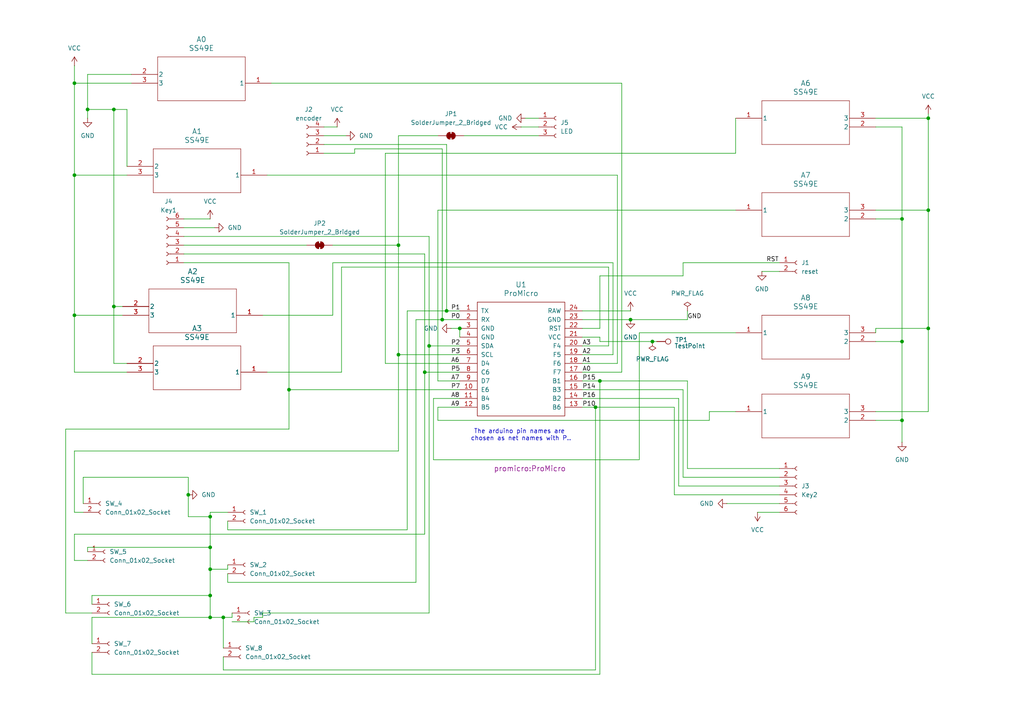
<source format=kicad_sch>
(kicad_sch (version 20250114) (generator "eeschema") (generator_version "9.0")
  (paper "A4")
  (title_block (title "Space Mouse - Hall Effect - Arduino Pro Micro") (date "2025-04-21") (rev "1") (company "Andun_HH"))
  (lib_symbols
    (symbol "2024-10-18_22-27-39:SS49E" (pin_names (offset 0.254))
      (property "Reference" "U" (at 20.32 10.16 0))
      (property "Value" "SS49E" (at 20.32 7.62 0))
      (symbol "SS49E_0_1"
        (polyline (pts (xy 7.62 5.08) (xy 7.62 -7.62)) (stroke (width 0.127)))
        (polyline (pts (xy 7.62 -7.62) (xy 33.02 -7.62)) (stroke (width 0.127)))
        (polyline (pts (xy 33.02 5.08) (xy 7.62 5.08)) (stroke (width 0.127)))
        (polyline (pts (xy 33.02 -7.62) (xy 33.02 5.08)) (stroke (width 0.127)))
        (pin unspecified line (at 0 0 0) (length 7.62) (name "1") (number "1"))
        (pin unspecified line (at 40.64 0 180) (length 7.62) (name "3") (number "3"))
        (pin unspecified line (at 40.64 -2.54 180) (length 7.62) (name "2") (number "2"))
      )
    )
    (symbol "Connector:Conn_01x02_Socket" (pin_names (offset 1.016) (hide yes))
      (property "Reference" "J" (at 0 2.54 0))
      (property "Value" "Conn_01x02_Socket" (at 0 -5.08 0))
      (symbol "Conn_01x02_Socket_1_1"
        (polyline (pts (xy -1.27 0) (xy -0.508 0)) (stroke (width 0.1524)))
        (polyline (pts (xy -1.27 -2.54) (xy -0.508 -2.54)) (stroke (width 0.1524)))
        (arc (start 0 -0.508) (mid -0.5058 0) (end 0 0.508) (stroke (width 0.1524)))
        (arc (start 0 -3.048) (mid -0.5058 -2.54) (end 0 -2.032) (stroke (width 0.1524)))
        (pin passive line (at -5.08 0 0) (length 3.81) (name "Pin_1") (number "1"))
        (pin passive line (at -5.08 -2.54 0) (length 3.81) (name "Pin_2") (number "2"))
      )
    )
    (symbol "Connector:Conn_01x03_Socket" (pin_names (offset 1.016) (hide yes))
      (property "Reference" "J" (at 0 5.08 0))
      (property "Value" "Conn_01x03_Socket" (at 0 -5.08 0))
      (symbol "Conn_01x03_Socket_1_1"
        (polyline (pts (xy -1.27 2.54) (xy -0.508 2.54)) (stroke (width 0.1524)))
        (polyline (pts (xy -1.27 0) (xy -0.508 0)) (stroke (width 0.1524)))
        (polyline (pts (xy -1.27 -2.54) (xy -0.508 -2.54)) (stroke (width 0.1524)))
        (arc (start 0 2.032) (mid -0.5058 2.54) (end 0 3.048) (stroke (width 0.1524)))
        (arc (start 0 -0.508) (mid -0.5058 0) (end 0 0.508) (stroke (width 0.1524)))
        (arc (start 0 -3.048) (mid -0.5058 -2.54) (end 0 -2.032) (stroke (width 0.1524)))
        (pin passive line (at -5.08 2.54 0) (length 3.81) (name "Pin_1") (number "1"))
        (pin passive line (at -5.08 0 0) (length 3.81) (name "Pin_2") (number "2"))
        (pin passive line (at -5.08 -2.54 0) (length 3.81) (name "Pin_3") (number "3"))
      )
    )
    (symbol "Connector:Conn_01x04_Socket" (pin_names (offset 1.016) (hide yes))
      (property "Reference" "J" (at 0 5.08 0))
      (property "Value" "Conn_01x04_Socket" (at 0 -7.62 0))
      (symbol "Conn_01x04_Socket_1_1"
        (polyline (pts (xy -1.27 2.54) (xy -0.508 2.54)) (stroke (width 0.1524)))
        (polyline (pts (xy -1.27 0) (xy -0.508 0)) (stroke (width 0.1524)))
        (polyline (pts (xy -1.27 -2.54) (xy -0.508 -2.54)) (stroke (width 0.1524)))
        (polyline (pts (xy -1.27 -5.08) (xy -0.508 -5.08)) (stroke (width 0.1524)))
        (arc (start 0 2.032) (mid -0.5058 2.54) (end 0 3.048) (stroke (width 0.1524)))
        (arc (start 0 -0.508) (mid -0.5058 0) (end 0 0.508) (stroke (width 0.1524)))
        (arc (start 0 -3.048) (mid -0.5058 -2.54) (end 0 -2.032) (stroke (width 0.1524)))
        (arc (start 0 -5.588) (mid -0.5058 -5.08) (end 0 -4.572) (stroke (width 0.1524)))
        (pin passive line (at -5.08 2.54 0) (length 3.81) (name "Pin_1") (number "1"))
        (pin passive line (at -5.08 0 0) (length 3.81) (name "Pin_2") (number "2"))
        (pin passive line (at -5.08 -2.54 0) (length 3.81) (name "Pin_3") (number "3"))
        (pin passive line (at -5.08 -5.08 0) (length 3.81) (name "Pin_4") (number "4"))
      )
    )
    (symbol "Connector:Conn_01x06_Socket" (pin_names (offset 1.016) (hide yes))
      (property "Reference" "J" (at 0 7.62 0))
      (property "Value" "Conn_01x06_Socket" (at 0 -10.16 0))
      (symbol "Conn_01x06_Socket_1_1"
        (polyline (pts (xy -1.27 5.08) (xy -0.508 5.08)) (stroke (width 0.1524)))
        (polyline (pts (xy -1.27 2.54) (xy -0.508 2.54)) (stroke (width 0.1524)))
        (polyline (pts (xy -1.27 0) (xy -0.508 0)) (stroke (width 0.1524)))
        (polyline (pts (xy -1.27 -2.54) (xy -0.508 -2.54)) (stroke (width 0.1524)))
        (polyline (pts (xy -1.27 -5.08) (xy -0.508 -5.08)) (stroke (width 0.1524)))
        (polyline (pts (xy -1.27 -7.62) (xy -0.508 -7.62)) (stroke (width 0.1524)))
        (arc (start 0 4.572) (mid -0.5058 5.08) (end 0 5.588) (stroke (width 0.1524)))
        (arc (start 0 2.032) (mid -0.5058 2.54) (end 0 3.048) (stroke (width 0.1524)))
        (arc (start 0 -0.508) (mid -0.5058 0) (end 0 0.508) (stroke (width 0.1524)))
        (arc (start 0 -3.048) (mid -0.5058 -2.54) (end 0 -2.032) (stroke (width 0.1524)))
        (arc (start 0 -5.588) (mid -0.5058 -5.08) (end 0 -4.572) (stroke (width 0.1524)))
        (arc (start 0 -8.128) (mid -0.5058 -7.62) (end 0 -7.112) (stroke (width 0.1524)))
        (pin passive line (at -5.08 5.08 0) (length 3.81) (name "Pin_1") (number "1"))
        (pin passive line (at -5.08 2.54 0) (length 3.81) (name "Pin_2") (number "2"))
        (pin passive line (at -5.08 0 0) (length 3.81) (name "Pin_3") (number "3"))
        (pin passive line (at -5.08 -2.54 0) (length 3.81) (name "Pin_4") (number "4"))
        (pin passive line (at -5.08 -5.08 0) (length 3.81) (name "Pin_5") (number "5"))
        (pin passive line (at -5.08 -7.62 0) (length 3.81) (name "Pin_6") (number "6"))
      )
    )
    (symbol "Connector:TestPoint" (pin_numbers (hide yes)) (pin_names (offset 0.762) (hide yes))
      (property "Reference" "TP" (at 0 6.858 0))
      (property "Value" "TestPoint" (at 0 5.08 0))
      (symbol "TestPoint_0_1"
        (circle (center 0 3.302) (radius 0.762))
      )
      (symbol "TestPoint_1_1"
        (pin passive line (at 0 0 90) (length 2.54) (name "1") (number "1"))
      )
    )
    (symbol "Jumper:SolderJumper_2_Bridged" (pin_numbers (hide yes)) (pin_names (offset 0) (hide yes)) (in_bom no)
      (property "Reference" "JP" (at 0 2.032 0))
      (property "Value" "SolderJumper_2_Bridged" (at 0 -2.54 0))
      (symbol "SolderJumper_2_Bridged_0_1"
        (rectangle (start -0.508 0.508) (end 0.508 -0.508) (fill (type outline)))
        (polyline (pts (xy -0.254 1.016) (xy -0.254 -1.016)))
        (arc (start -0.254 -1.016) (mid -1.2656 0) (end -0.254 1.016))
        (arc (start -0.254 -1.016) (mid -1.2656 0) (end -0.254 1.016) (fill (type outline)))
        (arc (start 0.254 1.016) (mid 1.2656 0) (end 0.254 -1.016))
        (arc (start 0.254 1.016) (mid 1.2656 0) (end 0.254 -1.016) (fill (type outline)))
        (polyline (pts (xy 0.254 1.016) (xy 0.254 -1.016)))
      )
      (symbol "SolderJumper_2_Bridged_1_1"
        (pin passive line (at -3.81 0 0) (length 2.54) (name "A") (number "1"))
        (pin passive line (at 3.81 0 180) (length 2.54) (name "B") (number "2"))
      )
    )
    (symbol "ProMicroKiCad:ProMicro" (pin_names (offset 1.016))
      (property "Reference" "U" (at 0 24.13 0))
      (property "Value" "ProMicro" (at 0 -13.97 0))
      (symbol "ProMicro_0_1"
        (rectangle (start -12.7 21.59) (end 12.7 -11.43))
      )
      (symbol "ProMicro_1_1"
        (pin bidirectional line (at -17.78 19.05 0) (length 5.08) (name "TX") (number "1"))
        (pin bidirectional line (at -17.78 16.51 0) (length 5.08) (name "RX") (number "2"))
        (pin power_in line (at -17.78 13.97 0) (length 5.08) (name "GND") (number "3"))
        (pin power_in line (at -17.78 11.43 0) (length 5.08) (name "GND") (number "4"))
        (pin bidirectional line (at -17.78 8.89 0) (length 5.08) (name "SDA") (number "5"))
        (pin bidirectional line (at -17.78 6.35 0) (length 5.08) (name "SCL") (number "6"))
        (pin bidirectional line (at -17.78 3.81 0) (length 5.08) (name "D4") (number "7"))
        (pin bidirectional line (at -17.78 1.27 0) (length 5.08) (name "C6") (number "8"))
        (pin bidirectional line (at -17.78 -1.27 0) (length 5.08) (name "D7") (number "9"))
        (pin bidirectional line (at -17.78 -3.81 0) (length 5.08) (name "E6") (number "10"))
        (pin bidirectional line (at -17.78 -6.35 0) (length 5.08) (name "B4") (number "11"))
        (pin bidirectional line (at -17.78 -8.89 0) (length 5.08) (name "B5") (number "12"))
        (pin power_out line (at 17.78 19.05 180) (length 5.08) (name "RAW") (number "24"))
        (pin power_in line (at 17.78 16.51 180) (length 5.08) (name "GND") (number "23"))
        (pin input line (at 17.78 13.97 180) (length 5.08) (name "RST") (number "22"))
        (pin power_in line (at 17.78 11.43 180) (length 5.08) (name "VCC") (number "21"))
        (pin bidirectional line (at 17.78 8.89 180) (length 5.08) (name "F4") (number "20"))
        (pin bidirectional line (at 17.78 6.35 180) (length 5.08) (name "F5") (number "19"))
        (pin bidirectional line (at 17.78 3.81 180) (length 5.08) (name "F6") (number "18"))
        (pin bidirectional line (at 17.78 1.27 180) (length 5.08) (name "F7") (number "17"))
        (pin bidirectional line (at 17.78 -1.27 180) (length 5.08) (name "B1") (number "16"))
        (pin bidirectional line (at 17.78 -3.81 180) (length 5.08) (name "B3") (number "15"))
        (pin bidirectional line (at 17.78 -6.35 180) (length 5.08) (name "B2") (number "14"))
        (pin bidirectional line (at 17.78 -8.89 180) (length 5.08) (name "B6") (number "13"))
      )
    )
    (symbol "power:GND" (power) (pin_numbers (hide yes)) (pin_names (offset 0) (hide yes))
      (property "Value" "GND" (at 0 -3.81 0))
      (symbol "GND_0_1"
        (polyline (pts (xy 0 0) (xy 0 -1.27) (xy 1.27 -1.27) (xy 0 -2.54) (xy -1.27 -1.27) (xy 0 -1.27)))
      )
      (symbol "GND_1_1"
        (pin power_in line (at 0 0 270) (length 0) (name "~") (number "1"))
      )
    )
    (symbol "power:PWR_FLAG" (power) (pin_numbers (hide yes)) (pin_names (offset 0) (hide yes))
      (property "Value" "PWR_FLAG" (at 0 3.81 0))
      (symbol "PWR_FLAG_0_0"
        (pin power_out line (at 0 0 90) (length 0) (name "~") (number "1"))
      )
      (symbol "PWR_FLAG_0_1"
        (polyline (pts (xy 0 0) (xy 0 1.27) (xy -1.016 1.905) (xy 0 2.54) (xy 1.016 1.905) (xy 0 1.27)))
      )
    )
    (symbol "power:VCC" (power) (pin_numbers (hide yes)) (pin_names (offset 0) (hide yes))
      (property "Value" "VCC" (at 0 3.556 0))
      (symbol "VCC_0_1"
        (polyline (pts (xy -0.762 1.27) (xy 0 2.54)))
        (polyline (pts (xy 0 2.54) (xy 0.762 1.27)))
        (polyline (pts (xy 0 0) (xy 0 2.54)))
      )
      (symbol "VCC_1_1"
        (pin power_in line (at 0 0 90) (length 0) (name "~") (number "1"))
      )
    )
  )
  (text "The arduino pin names are \nchosen as net names with P.." (at 151.13 126.238 0) (effects (font (size 1.27 1.27))))
  (junction (at 129.54 90.17))
  (junction (at 269.24 34.29))
  (junction (at 115.57 102.87))
  (junction (at 172.72 118.11))
  (junction (at 60.96 158.75))
  (junction (at 173.99 110.49))
  (junction (at 64.77 179.07))
  (junction (at 60.96 149.86))
  (junction (at 21.59 91.44))
  (junction (at 25.4 31.75))
  (junction (at 269.24 95.25))
  (junction (at 21.59 50.8))
  (junction (at 33.02 88.9))
  (junction (at 83.82 113.03))
  (junction (at 261.62 121.92))
  (junction (at 124.46 100.33))
  (junction (at 54.61 143.51))
  (junction (at 182.88 92.71))
  (junction (at 60.96 179.07))
  (junction (at 60.96 172.72))
  (junction (at 189.23 99.06))
  (junction (at 128.27 92.71))
  (junction (at 21.59 24.13))
  (junction (at 60.96 165.1))
  (junction (at 133.35 95.25))
  (junction (at 261.62 99.06))
  (junction (at 123.19 107.95))
  (junction (at 115.57 71.12))
  (junction (at 33.02 31.75))
  (junction (at 269.24 60.96))
  (junction (at 261.62 63.5))
  (wire (pts (xy 198.12 76.2) (xy 226.06 76.2)))
  (wire (pts (xy 111.76 105.41) (xy 133.35 105.41)))
  (wire (pts (xy 64.77 179.07) (xy 67.31 179.07)))
  (wire (pts (xy 26.67 195.58) (xy 26.67 189.23)))
  (wire (pts (xy 133.35 102.87) (xy 115.57 102.87)))
  (wire (pts (xy 127 121.92) (xy 205.74 121.92)))
  (wire (pts (xy 53.34 66.04) (xy 62.23 66.04)))
  (wire (pts (xy 196.85 115.57) (xy 168.91 115.57)))
  (wire (pts (xy 77.47 107.95) (xy 99.06 107.95)))
  (wire (pts (xy 99.06 107.95) (xy 99.06 77.47)))
  (wire (pts (xy 25.4 158.75) (xy 60.96 158.75)))
  (wire (pts (xy 21.59 19.05) (xy 21.59 24.13)))
  (wire (pts (xy 96.52 76.2) (xy 177.8 76.2)))
  (wire (pts (xy 21.59 107.95) (xy 36.83 107.95)))
  (wire (pts (xy 53.34 76.2) (xy 83.82 76.2)))
  (wire (pts (xy 60.96 148.59) (xy 60.96 149.86)))
  (wire (pts (xy 21.59 50.8) (xy 36.83 50.8)))
  (wire (pts (xy 127 39.37) (xy 115.57 39.37)))
  (wire (pts (xy 125.73 133.35) (xy 125.73 115.57)))
  (wire (pts (xy 269.24 33.02) (xy 269.24 34.29)))
  (wire (pts (xy 261.62 63.5) (xy 261.62 99.06)))
  (wire (pts (xy 254 95.25) (xy 269.24 95.25)))
  (wire (pts (xy 269.24 95.25) (xy 269.24 119.38)))
  (wire (pts (xy 73.66 179.07) (xy 73.66 180.34)))
  (wire (pts (xy 115.57 39.37) (xy 115.57 71.12)))
  (wire (pts (xy 254 34.29) (xy 269.24 34.29)))
  (wire (pts (xy 152.4 34.29) (xy 156.21 34.29)))
  (wire (pts (xy 21.59 50.8) (xy 21.59 91.44)))
  (wire (pts (xy 66.04 153.67) (xy 66.04 151.13)))
  (wire (pts (xy 66.04 153.67) (xy 118.11 153.67)))
  (wire (pts (xy 120.65 92.71) (xy 120.65 168.91)))
  (wire (pts (xy 226.06 140.97) (xy 196.85 140.97)))
  (wire (pts (xy 185.42 96.52) (xy 185.42 133.35)))
  (wire (pts (xy 254 119.38) (xy 269.24 119.38)))
  (wire (pts (xy 129.54 90.17) (xy 133.35 90.17)))
  (wire (pts (xy 60.96 158.75) (xy 60.96 165.1)))
  (wire (pts (xy 173.99 195.58) (xy 26.67 195.58)))
  (wire (pts (xy 124.46 68.58) (xy 124.46 100.33)))
  (wire (pts (xy 24.13 138.43) (xy 54.61 138.43)))
  (wire (pts (xy 185.42 133.35) (xy 125.73 133.35)))
  (wire (pts (xy 189.23 99.06) (xy 173.99 99.06)))
  (wire (pts (xy 172.72 118.11) (xy 168.91 118.11)))
  (wire (pts (xy 53.34 71.12) (xy 88.9 71.12)))
  (wire (pts (xy 21.59 91.44) (xy 21.59 107.95)))
  (wire (pts (xy 133.35 95.25) (xy 133.35 97.79)))
  (wire (pts (xy 76.2 91.44) (xy 96.52 91.44)))
  (wire (pts (xy 102.87 44.45) (xy 93.98 44.45)))
  (wire (pts (xy 134.62 39.37) (xy 156.21 39.37)))
  (wire (pts (xy 118.11 90.17) (xy 129.54 90.17)))
  (wire (pts (xy 111.76 44.45) (xy 213.36 44.45)))
  (wire (pts (xy 24.13 146.05) (xy 24.13 138.43)))
  (wire (pts (xy 24.13 148.59) (xy 21.59 148.59)))
  (wire (pts (xy 128.27 92.71) (xy 133.35 92.71)))
  (wire (pts (xy 66.04 168.91) (xy 66.04 166.37)))
  (wire (pts (xy 124.46 100.33) (xy 124.46 177.8)))
  (wire (pts (xy 21.59 24.13) (xy 38.1 24.13)))
  (wire (pts (xy 128.27 92.71) (xy 128.27 43.18)))
  (wire (pts (xy 199.39 135.89) (xy 199.39 110.49)))
  (wire (pts (xy 173.99 99.06) (xy 173.99 97.79)))
  (wire (pts (xy 179.07 105.41) (xy 179.07 50.8)))
  (wire (pts (xy 213.36 96.52) (xy 185.42 96.52)))
  (wire (pts (xy 21.59 24.13) (xy 21.59 50.8)))
  (wire (pts (xy 111.76 105.41) (xy 111.76 44.45)))
  (wire (pts (xy 115.57 102.87) (xy 115.57 130.81)))
  (wire (pts (xy 198.12 113.03) (xy 198.12 138.43)))
  (wire (pts (xy 127 110.49) (xy 133.35 110.49)))
  (wire (pts (xy 60.96 172.72) (xy 60.96 165.1)))
  (wire (pts (xy 168.91 107.95) (xy 180.34 107.95)))
  (wire (pts (xy 120.65 92.71) (xy 128.27 92.71)))
  (wire (pts (xy 269.24 34.29) (xy 269.24 60.96)))
  (wire (pts (xy 25.4 158.75) (xy 25.4 160.02)))
  (wire (pts (xy 124.46 100.33) (xy 133.35 100.33)))
  (wire (pts (xy 226.06 143.51) (xy 195.58 143.51)))
  (wire (pts (xy 33.02 31.75) (xy 33.02 88.9)))
  (wire (pts (xy 173.99 95.25) (xy 173.99 80.01)))
  (wire (pts (xy 220.98 78.74) (xy 226.06 78.74)))
  (wire (pts (xy 168.91 100.33) (xy 176.53 100.33)))
  (wire (pts (xy 83.82 124.46) (xy 19.05 124.46)))
  (wire (pts (xy 64.77 187.96) (xy 64.77 179.07)))
  (wire (pts (xy 168.91 90.17) (xy 182.88 90.17)))
  (wire (pts (xy 115.57 71.12) (xy 115.57 102.87)))
  (wire (pts (xy 36.83 48.26) (xy 36.83 31.75)))
  (wire (pts (xy 168.91 113.03) (xy 198.12 113.03)))
  (wire (pts (xy 64.77 194.31) (xy 172.72 194.31)))
  (wire (pts (xy 176.53 77.47) (xy 176.53 100.33)))
  (wire (pts (xy 19.05 124.46) (xy 19.05 177.8)))
  (wire (pts (xy 60.96 179.07) (xy 64.77 179.07)))
  (wire (pts (xy 226.06 146.05) (xy 210.82 146.05)))
  (wire (pts (xy 66.04 148.59) (xy 60.96 148.59)))
  (wire (pts (xy 26.67 186.69) (xy 26.67 179.07)))
  (wire (pts (xy 36.83 31.75) (xy 33.02 31.75)))
  (wire (pts (xy 195.58 143.51) (xy 195.58 118.11)))
  (wire (pts (xy 226.06 135.89) (xy 199.39 135.89)))
  (wire (pts (xy 125.73 115.57) (xy 133.35 115.57)))
  (wire (pts (xy 269.24 60.96) (xy 254 60.96)))
  (wire (pts (xy 99.06 77.47) (xy 176.53 77.47)))
  (wire (pts (xy 19.05 177.8) (xy 26.67 177.8)))
  (wire (pts (xy 66.04 168.91) (xy 120.65 168.91)))
  (wire (pts (xy 93.98 41.91) (xy 129.54 41.91)))
  (wire (pts (xy 196.85 140.97) (xy 196.85 115.57)))
  (wire (pts (xy 21.59 154.94) (xy 21.59 162.56)))
  (wire (pts (xy 168.91 95.25) (xy 173.99 95.25)))
  (wire (pts (xy 173.99 110.49) (xy 173.99 195.58)))
  (wire (pts (xy 127 118.11) (xy 133.35 118.11)))
  (wire (pts (xy 102.87 43.18) (xy 102.87 44.45)))
  (wire (pts (xy 93.98 36.83) (xy 97.79 36.83)))
  (wire (pts (xy 254 99.06) (xy 261.62 99.06)))
  (wire (pts (xy 21.59 162.56) (xy 25.4 162.56)))
  (wire (pts (xy 33.02 31.75) (xy 25.4 31.75)))
  (wire (pts (xy 129.54 41.91) (xy 129.54 90.17)))
  (wire (pts (xy 127 118.11) (xy 127 121.92)))
  (wire (pts (xy 64.77 190.5) (xy 64.77 194.31)))
  (wire (pts (xy 25.4 34.29) (xy 25.4 31.75)))
  (wire (pts (xy 54.61 143.51) (xy 54.61 149.86)))
  (wire (pts (xy 54.61 149.86) (xy 60.96 149.86)))
  (wire (pts (xy 26.67 172.72) (xy 60.96 172.72)))
  (wire (pts (xy 73.66 180.34) (xy 67.31 180.34)))
  (wire (pts (xy 213.36 60.96) (xy 127 60.96)))
  (wire (pts (xy 168.91 92.71) (xy 182.88 92.71)))
  (wire (pts (xy 261.62 99.06) (xy 261.62 121.92)))
  (wire (pts (xy 35.56 88.9) (xy 33.02 88.9)))
  (wire (pts (xy 199.39 90.17) (xy 199.39 92.71)))
  (wire (pts (xy 26.67 172.72) (xy 26.67 175.26)))
  (wire (pts (xy 190.5 99.06) (xy 189.23 99.06)))
  (wire (pts (xy 21.59 130.81) (xy 115.57 130.81)))
  (wire (pts (xy 269.24 60.96) (xy 269.24 95.25)))
  (wire (pts (xy 173.99 97.79) (xy 168.91 97.79)))
  (wire (pts (xy 172.72 194.31) (xy 172.72 118.11)))
  (wire (pts (xy 198.12 80.01) (xy 198.12 76.2)))
  (wire (pts (xy 83.82 76.2) (xy 83.82 113.03)))
  (wire (pts (xy 53.34 73.66) (xy 123.19 73.66)))
  (wire (pts (xy 254 121.92) (xy 261.62 121.92)))
  (wire (pts (xy 67.31 179.07) (xy 67.31 177.8)))
  (wire (pts (xy 123.19 154.94) (xy 21.59 154.94)))
  (wire (pts (xy 133.35 113.03) (xy 83.82 113.03)))
  (wire (pts (xy 53.34 68.58) (xy 124.46 68.58)))
  (wire (pts (xy 168.91 102.87) (xy 177.8 102.87)))
  (wire (pts (xy 168.91 105.41) (xy 179.07 105.41)))
  (wire (pts (xy 226.06 148.59) (xy 219.71 148.59)))
  (wire (pts (xy 96.52 71.12) (xy 115.57 71.12)))
  (wire (pts (xy 151.13 36.83) (xy 156.21 36.83)))
  (wire (pts (xy 182.88 92.71) (xy 199.39 92.71)))
  (wire (pts (xy 93.98 39.37) (xy 100.33 39.37)))
  (wire (pts (xy 261.62 121.92) (xy 261.62 128.27)))
  (wire (pts (xy 123.19 107.95) (xy 123.19 154.94)))
  (wire (pts (xy 123.19 73.66) (xy 123.19 107.95)))
  (wire (pts (xy 118.11 90.17) (xy 118.11 153.67)))
  (wire (pts (xy 83.82 124.46) (xy 83.82 113.03)))
  (wire (pts (xy 66.04 163.83) (xy 66.04 165.1)))
  (wire (pts (xy 179.07 50.8) (xy 77.47 50.8)))
  (wire (pts (xy 168.91 110.49) (xy 173.99 110.49)))
  (wire (pts (xy 60.96 172.72) (xy 60.96 179.07)))
  (wire (pts (xy 199.39 110.49) (xy 173.99 110.49)))
  (wire (pts (xy 21.59 148.59) (xy 21.59 130.81)))
  (wire (pts (xy 254 36.83) (xy 261.62 36.83)))
  (wire (pts (xy 128.27 43.18) (xy 102.87 43.18)))
  (wire (pts (xy 53.34 63.5) (xy 60.96 63.5)))
  (wire (pts (xy 60.96 149.86) (xy 60.96 158.75)))
  (wire (pts (xy 54.61 138.43) (xy 54.61 143.51)))
  (wire (pts (xy 124.46 177.8) (xy 76.2 177.8)))
  (wire (pts (xy 26.67 179.07) (xy 60.96 179.07)))
  (wire (pts (xy 33.02 105.41) (xy 33.02 88.9)))
  (wire (pts (xy 195.58 118.11) (xy 172.72 118.11)))
  (wire (pts (xy 78.74 24.13) (xy 180.34 24.13)))
  (wire (pts (xy 173.99 80.01) (xy 198.12 80.01)))
  (wire (pts (xy 96.52 91.44) (xy 96.52 76.2)))
  (wire (pts (xy 60.96 165.1) (xy 66.04 165.1)))
  (wire (pts (xy 76.2 179.07) (xy 73.66 179.07)))
  (wire (pts (xy 205.74 119.38) (xy 213.36 119.38)))
  (wire (pts (xy 254 95.25) (xy 254 96.52)))
  (wire (pts (xy 177.8 76.2) (xy 177.8 102.87)))
  (wire (pts (xy 36.83 105.41) (xy 33.02 105.41)))
  (wire (pts (xy 180.34 24.13) (xy 180.34 107.95)))
  (wire (pts (xy 76.2 177.8) (xy 76.2 179.07)))
  (wire (pts (xy 25.4 21.59) (xy 38.1 21.59)))
  (wire (pts (xy 133.35 107.95) (xy 123.19 107.95)))
  (wire (pts (xy 21.59 91.44) (xy 35.56 91.44)))
  (wire (pts (xy 261.62 36.83) (xy 261.62 63.5)))
  (wire (pts (xy 130.81 95.25) (xy 133.35 95.25)))
  (wire (pts (xy 25.4 31.75) (xy 25.4 21.59)))
  (wire (pts (xy 213.36 34.29) (xy 213.36 44.45)))
  (wire (pts (xy 205.74 121.92) (xy 205.74 119.38)))
  (wire (pts (xy 254 63.5) (xy 261.62 63.5)))
  (wire (pts (xy 127 60.96) (xy 127 110.49)))
  (wire (pts (xy 198.12 138.43) (xy 226.06 138.43)))
  (label "A6" (at 130.81 105.41 0))
  (label "A8" (at 130.81 115.57 0))
  (label "RST" (at 222.25 76.2 0))
  (label "P1" (at 130.81 90.17 0))
  (label "P14" (at 168.91 113.03 0))
  (label "P10" (at 168.91 118.11 0))
  (label "P15" (at 168.91 110.49 0))
  (label "A1" (at 168.91 105.41 0))
  (label "P0" (at 130.81 92.71 0))
  (label "P3" (at 130.81 102.87 0))
  (label "A3" (at 168.91 100.33 0))
  (label "A2" (at 168.91 102.87 0))
  (label "A9" (at 130.81 118.11 0))
  (label "A0" (at 168.91 107.95 0))
  (label "A7" (at 130.81 110.49 0))
  (label "GND" (at 199.39 92.71 0))
  (label "P16" (at 168.91 115.57 0))
  (label "P2" (at 130.81 100.33 0))
  (label "P5" (at 130.81 107.95 0))
  (label "P7" (at 130.81 113.03 0))
  (symbol (lib_id "power:GND") (at 182.88 92.71 0) (unit 1)
    (property "Reference" "#PWR02" (effects (hide yes)))
    (property "Value" "GND" (at 182.88 97.79 0))
    (property "Description" "Power symbol creates a global label with name \"GND\" , ground" (effects (hide yes)))
  )
  (symbol (lib_id "power:VCC") (at 97.79 36.83 0) (unit 1)
    (property "Reference" "#PWR014" (effects (hide yes)))
    (property "Value" "VCC" (at 97.79 31.75 0))
    (property "Description" "Power symbol creates a global label with name \"VCC\"" (effects (hide yes)))
  )
  (symbol (lib_id "2024-10-18_22-27-39:SS49E") (at 78.74 24.13 180) (unit 1)
    (property "Reference" "A0" (at 58.42 11.43 0) (effects (font (size 1.524 1.524))))
    (property "Value" "SS49E" (at 58.42 13.97 0) (effects (font (size 1.524 1.524))))
    (property "Footprint" "Package_TO_SOT_THT:TO-92Flat" (effects (hide yes)))
    (property "Datasheet" "SS49E" (effects (hide yes)))
  )
  (symbol (lib_id "2024-10-18_22-27-39:SS49E") (at 213.36 34.29 0) (unit 1)
    (property "Reference" "A6" (at 233.68 24.13 0) (effects (font (size 1.524 1.524))))
    (property "Value" "SS49E" (at 233.68 26.67 0) (effects (font (size 1.524 1.524))))
    (property "Footprint" "Package_TO_SOT_THT:TO-92Flat" (effects (hide yes)))
    (property "Datasheet" "SS49E" (effects (hide yes)))
  )
  (symbol (lib_id "Connector:Conn_01x02_Socket") (at 69.85 187.96 0) (unit 1)
    (property "Reference" "SW_8" (at 71.12 187.9599 0) (effects (justify left)))
    (property "Value" "Conn_01x02_Socket" (at 71.12 190.4999 0) (effects (justify left)))
    (property "Footprint" "Connector_JST:JST_ZH_B2B-ZR_1x02_P1.50mm_Vertical" (effects (hide yes)))
    (property "Description" "Generic connector, single row, 01x02, script generated" (effects (hide yes)))
  )
  (symbol (lib_id "power:GND") (at 62.23 66.04 90) (unit 1)
    (property "Reference" "#PWR03" (effects (hide yes)))
    (property "Value" "GND" (at 66.04 66.0399 90) (effects (justify right)))
    (property "Description" "Power symbol creates a global label with name \"GND\" , ground" (effects (hide yes)))
  )
  (symbol (lib_id "power:GND") (at 130.81 95.25 270) (unit 1)
    (property "Reference" "#PWR04" (effects (hide yes)))
    (property "Value" "GND" (at 127 95.2499 90) (effects (justify right)))
    (property "Description" "Power symbol creates a global label with name \"GND\" , ground" (effects (hide yes)))
  )
  (symbol (lib_id "power:GND") (at 54.61 143.51 90) (unit 1)
    (property "Reference" "#PWR012" (effects (hide yes)))
    (property "Value" "GND" (at 58.42 143.5099 90) (effects (justify right)))
    (property "Description" "Power symbol creates a global label with name \"GND\" , ground" (effects (hide yes)))
  )
  (symbol (lib_id "Connector:Conn_01x02_Socket") (at 31.75 186.69 0) (unit 1)
    (property "Reference" "SW_7" (at 33.02 186.6899 0) (effects (justify left)))
    (property "Value" "Conn_01x02_Socket" (at 33.02 189.2299 0) (effects (justify left)))
    (property "Footprint" "Connector_JST:JST_ZH_B2B-ZR_1x02_P1.50mm_Vertical" (effects (hide yes)))
    (property "Description" "Generic connector, single row, 01x02, script generated" (effects (hide yes)))
  )
  (symbol (lib_id "power:GND") (at 220.98 78.74 0) (unit 1)
    (property "Reference" "#PWR013" (effects (hide yes)))
    (property "Value" "GND" (at 220.98 83.82 0))
    (property "Description" "Power symbol creates a global label with name \"GND\" , ground" (effects (hide yes)))
  )
  (symbol (lib_id "2024-10-18_22-27-39:SS49E") (at 213.36 96.52 0) (unit 1)
    (property "Reference" "A8" (at 233.68 86.36 0) (effects (font (size 1.524 1.524))))
    (property "Value" "SS49E" (at 233.68 88.9 0) (effects (font (size 1.524 1.524))))
    (property "Footprint" "Package_TO_SOT_THT:TO-92Flat" (effects (hide yes)))
    (property "Datasheet" "SS49E" (effects (hide yes)))
  )
  (symbol (lib_id "ProMicroKiCad:ProMicro") (at 151.13 109.22 0) (unit 1)
    (property "Reference" "U1" (at 151.13 82.55 0) (effects (font (size 1.524 1.524))))
    (property "Value" "ProMicro" (at 151.13 85.09 0) (effects (font (size 1.524 1.524))))
    (property "Footprint" "promicro:ProMicro" (at 153.67 135.89 0) (effects (font (size 1.524 1.524))))
  )
  (symbol (lib_id "2024-10-18_22-27-39:SS49E") (at 77.47 107.95 180) (unit 1)
    (property "Reference" "A3" (at 57.15 95.25 0) (effects (font (size 1.524 1.524))))
    (property "Value" "SS49E" (at 57.15 97.79 0) (effects (font (size 1.524 1.524))))
    (property "Footprint" "Package_TO_SOT_THT:TO-92Flat" (effects (hide yes)))
    (property "Datasheet" "SS49E" (effects (hide yes)))
  )
  (symbol (lib_id "Jumper:SolderJumper_2_Bridged") (at 130.81 39.37 180) (unit 1) (in_bom no)
    (property "Reference" "JP1" (at 130.81 33.02 0))
    (property "Value" "SolderJumper_2_Bridged" (at 130.81 35.56 0))
    (property "Footprint" "Jumper:SolderJumper-2_P1.3mm_Bridged2Bar_RoundedPad1.0x1.5mm" (effects (hide yes)))
    (property "Description" "Solder Jumper, 2-pole, closed/bridged" (effects (hide yes)))
  )
  (symbol (lib_id "power:GND") (at 25.4 34.29 0) (unit 1)
    (property "Reference" "#PWR011" (effects (hide yes)))
    (property "Value" "GND" (at 25.4 39.37 0))
    (property "Description" "Power symbol creates a global label with name \"GND\" , ground" (effects (hide yes)))
  )
  (symbol (lib_id "Connector:Conn_01x06_Socket") (at 231.14 140.97 0) (unit 1)
    (property "Reference" "J3" (at 232.41 140.9699 0) (effects (justify left)))
    (property "Value" "Key2" (at 232.41 143.5099 0) (effects (justify left)))
    (property "Footprint" "Connector_JST:JST_XH_S6B-XH-A-1_1x06_P2.50mm_Horizontal" (effects (hide yes)))
    (property "Description" "Generic connector, single row, 01x06, script generated" (effects (hide yes)))
  )
  (symbol (lib_id "Connector:Conn_01x03_Socket") (at 161.29 36.83 0) (unit 1)
    (property "Reference" "J5" (at 162.56 35.5599 0) (effects (justify left)))
    (property "Value" "LED" (at 162.56 38.0999 0) (effects (justify left)))
    (property "Footprint" "Connector_JST:JST_XH_S3B-XH-A-1_1x03_P2.50mm_Horizontal" (effects (hide yes)))
    (property "Description" "Generic connector, single row, 01x03, script generated" (effects (hide yes)))
  )
  (symbol (lib_id "power:VCC") (at 151.13 36.83 90) (unit 1)
    (property "Reference" "#PWR017" (effects (hide yes)))
    (property "Value" "VCC" (at 147.32 36.8299 90) (effects (justify left)))
    (property "Description" "Power symbol creates a global label with name \"VCC\"" (effects (hide yes)))
  )
  (symbol (lib_id "Connector:TestPoint") (at 190.5 99.06 270) (unit 1)
    (property "Reference" "TP1" (at 195.834 98.552 90) (effects (justify left)))
    (property "Value" "TestPoint" (at 195.58 100.3299 90) (effects (justify left)))
    (property "Footprint" "TestPoint:TestPoint_Plated_Hole_D2.0mm" (effects (hide yes)))
    (property "Description" "test point" (effects (hide yes)))
  )
  (symbol (lib_id "2024-10-18_22-27-39:SS49E") (at 76.2 91.44 180) (unit 1)
    (property "Reference" "A2" (at 55.88 78.74 0) (effects (font (size 1.524 1.524))))
    (property "Value" "SS49E" (at 55.88 81.28 0) (effects (font (size 1.524 1.524))))
    (property "Footprint" "Package_TO_SOT_THT:TO-92Flat" (effects (hide yes)))
    (property "Datasheet" "SS49E" (effects (hide yes)))
  )
  (symbol (lib_id "power:GND") (at 210.82 146.05 270) (unit 1)
    (property "Reference" "#PWR01" (effects (hide yes)))
    (property "Value" "GND" (at 207.01 146.0499 90) (effects (justify right)))
    (property "Description" "Power symbol creates a global label with name \"GND\" , ground" (effects (hide yes)))
  )
  (symbol (lib_id "power:VCC") (at 60.96 63.5 0) (unit 1)
    (property "Reference" "#PWR09" (effects (hide yes)))
    (property "Value" "VCC" (at 60.96 58.42 0))
    (property "Description" "Power symbol creates a global label with name \"VCC\"" (effects (hide yes)))
  )
  (symbol (lib_id "Jumper:SolderJumper_2_Bridged") (at 92.71 71.12 180) (unit 1) (in_bom no)
    (property "Reference" "JP2" (at 92.71 64.77 0))
    (property "Value" "SolderJumper_2_Bridged" (at 92.71 67.31 0))
    (property "Footprint" "Jumper:SolderJumper-2_P1.3mm_Bridged2Bar_RoundedPad1.0x1.5mm" (effects (hide yes)))
    (property "Description" "Solder Jumper, 2-pole, closed/bridged" (effects (hide yes)))
  )
  (symbol (lib_id "Connector:Conn_01x02_Socket") (at 71.12 163.83 0) (unit 1)
    (property "Reference" "SW_2" (at 72.39 163.8299 0) (effects (justify left)))
    (property "Value" "Conn_01x02_Socket" (at 72.39 166.3699 0) (effects (justify left)))
    (property "Footprint" "Connector_JST:JST_ZH_B2B-ZR_1x02_P1.50mm_Vertical" (effects (hide yes)))
    (property "Description" "Generic connector, single row, 01x02, script generated" (effects (hide yes)))
  )
  (symbol (lib_id "Connector:Conn_01x02_Socket") (at 29.21 146.05 0) (unit 1)
    (property "Reference" "SW_4" (at 30.48 146.0499 0) (effects (justify left)))
    (property "Value" "Conn_01x02_Socket" (at 30.48 148.5899 0) (effects (justify left)))
    (property "Footprint" "Connector_JST:JST_ZH_B2B-ZR_1x02_P1.50mm_Vertical" (effects (hide yes)))
    (property "Description" "Generic connector, single row, 01x02, script generated" (effects (hide yes)))
  )
  (symbol (lib_id "power:GND") (at 261.62 128.27 0) (unit 1)
    (property "Reference" "#PWR08" (effects (hide yes)))
    (property "Value" "GND" (at 261.62 133.35 0))
    (property "Description" "Power symbol creates a global label with name \"GND\" , ground" (effects (hide yes)))
  )
  (symbol (lib_id "Connector:Conn_01x02_Socket") (at 30.48 160.02 0) (unit 1)
    (property "Reference" "SW_5" (at 31.75 160.0199 0) (effects (justify left)))
    (property "Value" "Conn_01x02_Socket" (at 31.75 162.5599 0) (effects (justify left)))
    (property "Footprint" "Connector_JST:JST_ZH_B2B-ZR_1x02_P1.50mm_Vertical" (effects (hide yes)))
    (property "Description" "Generic connector, single row, 01x02, script generated" (effects (hide yes)))
  )
  (symbol (lib_id "Connector:Conn_01x04_Socket") (at 88.9 41.91 180) (unit 1)
    (property "Reference" "J2" (at 89.535 31.75 0))
    (property "Value" "encoder" (at 89.535 34.29 0))
    (property "Footprint" "Connector_JST:JST_XH_S4B-XH-A-1_1x04_P2.50mm_Horizontal" (effects (hide yes)))
    (property "Description" "Generic connector, single row, 01x04, script generated" (effects (hide yes)))
  )
  (symbol (lib_id "power:VCC") (at 21.59 19.05 0) (unit 1)
    (property "Reference" "#PWR010" (effects (hide yes)))
    (property "Value" "VCC" (at 21.59 13.97 0))
    (property "Description" "Power symbol creates a global label with name \"VCC\"" (effects (hide yes)))
  )
  (symbol (lib_id "2024-10-18_22-27-39:SS49E") (at 77.47 50.8 180) (unit 1)
    (property "Reference" "A1" (at 57.15 38.1 0) (effects (font (size 1.524 1.524))))
    (property "Value" "SS49E" (at 57.15 40.64 0) (effects (font (size 1.524 1.524))))
    (property "Footprint" "Package_TO_SOT_THT:TO-92Flat" (effects (hide yes)))
    (property "Datasheet" "SS49E" (effects (hide yes)))
  )
  (symbol (lib_id "2024-10-18_22-27-39:SS49E") (at 213.36 60.96 0) (unit 1)
    (property "Reference" "A7" (at 233.68 50.8 0) (effects (font (size 1.524 1.524))))
    (property "Value" "SS49E" (at 233.68 53.34 0) (effects (font (size 1.524 1.524))))
    (property "Footprint" "Package_TO_SOT_THT:TO-92Flat" (effects (hide yes)))
    (property "Datasheet" "SS49E" (effects (hide yes)))
  )
  (symbol (lib_id "power:VCC") (at 219.71 148.59 180) (unit 1)
    (property "Reference" "#PWR06" (effects (hide yes)))
    (property "Value" "VCC" (at 219.71 153.67 0))
    (property "Description" "Power symbol creates a global label with name \"VCC\"" (effects (hide yes)))
  )
  (symbol (lib_id "Connector:Conn_01x02_Socket") (at 72.39 177.8 0) (unit 1)
    (property "Reference" "SW_3" (at 73.66 177.7999 0) (effects (justify left)))
    (property "Value" "Conn_01x02_Socket" (at 73.66 180.3399 0) (effects (justify left)))
    (property "Footprint" "Connector_JST:JST_ZH_B2B-ZR_1x02_P1.50mm_Vertical" (effects (hide yes)))
    (property "Description" "Generic connector, single row, 01x02, script generated" (effects (hide yes)))
  )
  (symbol (lib_id "power:VCC") (at 182.88 90.17 0) (unit 1)
    (property "Reference" "#PWR05" (effects (hide yes)))
    (property "Value" "VCC" (at 182.88 85.09 0))
    (property "Description" "Power symbol creates a global label with name \"VCC\"" (effects (hide yes)))
  )
  (symbol (lib_id "power:GND") (at 100.33 39.37 90) (unit 1)
    (property "Reference" "#PWR015" (effects (hide yes)))
    (property "Value" "GND" (at 104.14 39.3699 90) (effects (justify right)))
    (property "Description" "Power symbol creates a global label with name \"GND\" , ground" (effects (hide yes)))
  )
  (symbol (lib_id "power:VCC") (at 269.24 33.02 0) (unit 1)
    (property "Reference" "#PWR07" (effects (hide yes)))
    (property "Value" "VCC" (at 269.24 27.94 0))
    (property "Description" "Power symbol creates a global label with name \"VCC\"" (effects (hide yes)))
  )
  (symbol (lib_id "Connector:Conn_01x02_Socket") (at 71.12 148.59 0) (unit 1)
    (property "Reference" "SW_1" (at 72.39 148.5899 0) (effects (justify left)))
    (property "Value" "Conn_01x02_Socket" (at 72.39 151.1299 0) (effects (justify left)))
    (property "Footprint" "Connector_JST:JST_ZH_B2B-ZR_1x02_P1.50mm_Vertical" (effects (hide yes)))
    (property "Description" "Generic connector, single row, 01x02, script generated" (effects (hide yes)))
  )
  (symbol (lib_id "power:GND") (at 152.4 34.29 270) (unit 1)
    (property "Reference" "#PWR016" (effects (hide yes)))
    (property "Value" "GND" (at 148.59 34.2899 90) (effects (justify right)))
    (property "Description" "Power symbol creates a global label with name \"GND\" , ground" (effects (hide yes)))
  )
  (symbol (lib_id "Connector:Conn_01x02_Socket") (at 31.75 175.26 0) (unit 1)
    (property "Reference" "SW_6" (at 33.02 175.2599 0) (effects (justify left)))
    (property "Value" "Conn_01x02_Socket" (at 33.02 177.7999 0) (effects (justify left)))
    (property "Footprint" "Connector_JST:JST_ZH_B2B-ZR_1x02_P1.50mm_Vertical" (effects (hide yes)))
    (property "Description" "Generic connector, single row, 01x02, script generated" (effects (hide yes)))
  )
  (symbol (lib_id "power:PWR_FLAG") (at 199.39 90.17 0) (unit 1)
    (property "Reference" "#FLG0102" (effects (hide yes)))
    (property "Value" "PWR_FLAG" (at 199.39 85.09 0))
    (property "Description" "Special symbol for telling ERC where power comes from" (effects (hide yes)))
  )
  (symbol (lib_id "power:PWR_FLAG") (at 189.23 99.06 180) (unit 1)
    (property "Reference" "#FLG0103" (effects (hide yes)))
    (property "Value" "PWR_FLAG" (at 189.23 104.14 0))
    (property "Description" "Special symbol for telling ERC where power comes from" (effects (hide yes)))
  )
  (symbol (lib_id "2024-10-18_22-27-39:SS49E") (at 213.36 119.38 0) (unit 1)
    (property "Reference" "A9" (at 233.68 109.22 0) (effects (font (size 1.524 1.524))))
    (property "Value" "SS49E" (at 233.68 111.76 0) (effects (font (size 1.524 1.524))))
    (property "Footprint" "Package_TO_SOT_THT:TO-92Flat" (effects (hide yes)))
    (property "Datasheet" "SS49E" (effects (hide yes)))
  )
  (symbol (lib_id "Connector:Conn_01x02_Socket") (at 231.14 76.2 0) (unit 1)
    (property "Reference" "J1" (at 232.41 76.1999 0) (effects (justify left)))
    (property "Value" "reset" (at 232.41 78.7399 0) (effects (justify left)))
    (property "Footprint" "Connector_JST:JST_XH_S2B-XH-A-1_1x02_P2.50mm_Horizontal" (effects (hide yes)))
    (property "Description" "Generic connector, single row, 01x02, script generated" (effects (hide yes)))
  )
  (symbol (lib_id "Connector:Conn_01x06_Socket") (at 48.26 71.12 180) (unit 1)
    (property "Reference" "J4" (at 48.895 58.42 0))
    (property "Value" "Key1" (at 48.895 60.96 0))
    (property "Footprint" "Connector_JST:JST_XH_S6B-XH-A-1_1x06_P2.50mm_Horizontal" (effects (hide yes)))
    (property "Description" "Generic connector, single row, 01x06, script generated" (effects (hide yes)))
  )
)
</source>
